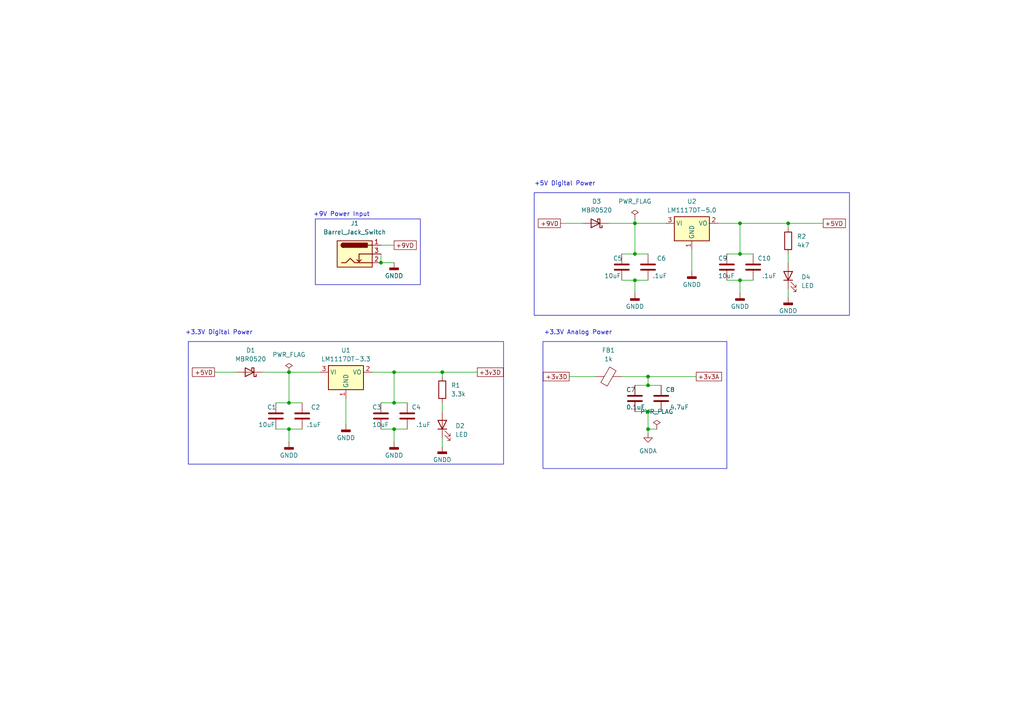
<source format=kicad_sch>
(kicad_sch (version 20250114) (generator "eeschema") (generator_version "9.0")
  (paper "A4")
  (lib_symbols
    (symbol "Connector:Barrel_Jack_Switch" (pin_names (hide yes))
      (property "Reference" "J" (at 0 5.334 0))
      (property "Value" "Barrel_Jack_Switch" (at 0 -5.08 0))
      (symbol "Barrel_Jack_Switch_0_1"
        (rectangle (start -5.08 3.81) (end 5.08 -3.81) (stroke (width 0.254)) (fill (type background)))
        (polyline (pts (xy -3.81 -2.54) (xy -2.54 -2.54) (xy -1.27 -1.27) (xy 0 -2.54) (xy 2.54 -2.54) (xy 5.08 -2.54)) (stroke (width 0.254)))
        (arc (start -3.302 1.905) (mid -3.9343 2.54) (end -3.302 3.175) (stroke (width 0.254)))
        (arc (start -3.302 1.905) (mid -3.9343 2.54) (end -3.302 3.175) (stroke (width 0.254)) (fill (type outline)))
        (polyline (pts (xy 1.27 -2.286) (xy 1.905 -1.651)) (stroke (width 0.254)))
        (rectangle (start 3.683 3.175) (end -3.302 1.905) (stroke (width 0.254)) (fill (type outline)))
        (polyline (pts (xy 5.08 2.54) (xy 3.81 2.54)) (stroke (width 0.254)))
        (polyline (pts (xy 5.08 0) (xy 1.27 0) (xy 1.27 -2.286) (xy 0.635 -1.651)) (stroke (width 0.254)))
      )
      (symbol "Barrel_Jack_Switch_1_1"
        (pin passive line (at 7.62 2.54 180) (length 2.54) (name "~") (number "1"))
        (pin passive line (at 7.62 0 180) (length 2.54) (name "~") (number "3"))
        (pin passive line (at 7.62 -2.54 180) (length 2.54) (name "~") (number "2"))
      )
    )
    (symbol "Device:C" (pin_numbers (hide yes)) (pin_names (offset 0.254))
      (property "Reference" "C" (at 0.635 2.54 0))
      (property "Value" "C" (at 0.635 -2.54 0))
      (symbol "C_0_1"
        (polyline (pts (xy -2.032 0.762) (xy 2.032 0.762)) (stroke (width 0.508)))
        (polyline (pts (xy -2.032 -0.762) (xy 2.032 -0.762)) (stroke (width 0.508)))
      )
      (symbol "C_1_1"
        (pin passive line (at 0 3.81 270) (length 2.794) (name "~") (number "1"))
        (pin passive line (at 0 -3.81 90) (length 2.794) (name "~") (number "2"))
      )
    )
    (symbol "Device:FerriteBead" (pin_numbers (hide yes)) (pin_names (offset 0))
      (property "Reference" "FB" (at -3.81 0.635 90))
      (property "Value" "FerriteBead" (at 3.81 0 90))
      (symbol "FerriteBead_0_1"
        (polyline (pts (xy -2.7686 0.4064) (xy -1.7018 2.2606) (xy 2.7686 -0.3048) (xy 1.6764 -2.159) (xy -2.7686 0.4064)))
        (polyline (pts (xy 0 1.27) (xy 0 1.2954)))
        (polyline (pts (xy 0 -1.27) (xy 0 -1.2192)))
      )
      (symbol "FerriteBead_1_1"
        (pin passive line (at 0 3.81 270) (length 2.54) (name "~") (number "1"))
        (pin passive line (at 0 -3.81 90) (length 2.54) (name "~") (number "2"))
      )
    )
    (symbol "Device:LED" (pin_numbers (hide yes)) (pin_names (offset 1.016) (hide yes))
      (property "Reference" "D" (at 0 2.54 0))
      (property "Value" "LED" (at 0 -2.54 0))
      (symbol "LED_0_1"
        (polyline (pts (xy -3.048 -0.762) (xy -4.572 -2.286) (xy -3.81 -2.286) (xy -4.572 -2.286) (xy -4.572 -1.524)))
        (polyline (pts (xy -1.778 -0.762) (xy -3.302 -2.286) (xy -2.54 -2.286) (xy -3.302 -2.286) (xy -3.302 -1.524)))
        (polyline (pts (xy -1.27 0) (xy 1.27 0)))
        (polyline (pts (xy -1.27 -1.27) (xy -1.27 1.27)) (stroke (width 0.254)))
        (polyline (pts (xy 1.27 -1.27) (xy 1.27 1.27) (xy -1.27 0) (xy 1.27 -1.27)) (stroke (width 0.254)))
      )
      (symbol "LED_1_1"
        (pin passive line (at -3.81 0 0) (length 2.54) (name "K") (number "1"))
        (pin passive line (at 3.81 0 180) (length 2.54) (name "A") (number "2"))
      )
    )
    (symbol "Device:R" (pin_numbers (hide yes)) (pin_names (offset 0))
      (property "Reference" "R" (at 2.032 0 90))
      (property "Value" "R" (at 0 0 90))
      (symbol "R_0_1"
        (rectangle (start -1.016 -2.54) (end 1.016 2.54) (stroke (width 0.254)))
      )
      (symbol "R_1_1"
        (pin passive line (at 0 3.81 270) (length 1.27) (name "~") (number "1"))
        (pin passive line (at 0 -3.81 90) (length 1.27) (name "~") (number "2"))
      )
    )
    (symbol "Diode:MBR0520" (pin_numbers (hide yes)) (pin_names (offset 1.016) (hide yes))
      (property "Reference" "D" (at 0 2.54 0))
      (property "Value" "MBR0520" (at 0 -2.54 0))
      (symbol "MBR0520_0_1"
        (polyline (pts (xy -1.905 0.635) (xy -1.905 1.27) (xy -1.27 1.27) (xy -1.27 -1.27) (xy -0.635 -1.27) (xy -0.635 -0.635)) (stroke (width 0.254)))
        (polyline (pts (xy 1.27 1.27) (xy 1.27 -1.27) (xy -1.27 0) (xy 1.27 1.27)) (stroke (width 0.254)))
        (polyline (pts (xy 1.27 0) (xy -1.27 0)))
      )
      (symbol "MBR0520_1_1"
        (pin passive line (at -3.81 0 0) (length 2.54) (name "K") (number "1"))
        (pin passive line (at 3.81 0 180) (length 2.54) (name "A") (number "2"))
      )
    )
    (symbol "Regulator_Linear:LM1117DT-3.3"
      (property "Reference" "U" (at -3.81 3.175 0))
      (property "Value" "LM1117DT-3.3" (at 0 3.175 0))
      (symbol "LM1117DT-3.3_0_1"
        (rectangle (start -5.08 -5.08) (end 5.08 1.905) (stroke (width 0.254)) (fill (type background)))
      )
      (symbol "LM1117DT-3.3_1_1"
        (pin power_in line (at -7.62 0 0) (length 2.54) (name "VI") (number "3"))
        (pin power_in line (at 0 -7.62 90) (length 2.54) (name "GND") (number "1"))
        (pin power_out line (at 7.62 0 180) (length 2.54) (name "VO") (number "2"))
      )
    )
    (symbol "Regulator_Linear:LM1117DT-5.0"
      (property "Reference" "U" (at -3.81 3.175 0))
      (property "Value" "LM1117DT-5.0" (at 0 3.175 0))
      (symbol "LM1117DT-5.0_0_1"
        (rectangle (start -5.08 -5.08) (end 5.08 1.905) (stroke (width 0.254)) (fill (type background)))
      )
      (symbol "LM1117DT-5.0_1_1"
        (pin power_in line (at -7.62 0 0) (length 2.54) (name "VI") (number "3"))
        (pin power_in line (at 0 -7.62 90) (length 2.54) (name "GND") (number "1"))
        (pin power_out line (at 7.62 0 180) (length 2.54) (name "VO") (number "2"))
      )
    )
    (symbol "power:GNDA" (power) (pin_numbers (hide yes)) (pin_names (offset 0) (hide yes))
      (property "Value" "GNDA" (at 0 -3.81 0))
      (symbol "GNDA_0_1"
        (polyline (pts (xy 0 0) (xy 0 -1.27) (xy 1.27 -1.27) (xy 0 -2.54) (xy -1.27 -1.27) (xy 0 -1.27)))
      )
      (symbol "GNDA_1_1"
        (pin power_in line (at 0 0 270) (length 0) (name "~") (number "1"))
      )
    )
    (symbol "power:GNDD" (power) (pin_numbers (hide yes)) (pin_names (offset 0) (hide yes))
      (property "Value" "GNDD" (at 0 -3.175 0))
      (symbol "GNDD_0_1"
        (rectangle (start -1.27 -1.524) (end 1.27 -2.032) (stroke (width 0.254)) (fill (type outline)))
        (polyline (pts (xy 0 0) (xy 0 -1.524)))
      )
      (symbol "GNDD_1_1"
        (pin power_in line (at 0 0 270) (length 0) (name "~") (number "1"))
      )
    )
    (symbol "power:PWR_FLAG" (power) (pin_numbers (hide yes)) (pin_names (offset 0) (hide yes))
      (property "Value" "PWR_FLAG" (at 0 3.81 0))
      (symbol "PWR_FLAG_0_0"
        (pin power_out line (at 0 0 90) (length 0) (name "~") (number "1"))
      )
      (symbol "PWR_FLAG_0_1"
        (polyline (pts (xy 0 0) (xy 0 1.27) (xy -1.016 1.905) (xy 0 2.54) (xy 1.016 1.905) (xy 0 1.27)))
      )
    )
  )
  (rectangle (start 157.48 99.06) (end 210.82 135.89))
  (rectangle (start 154.94 55.88) (end 246.38 91.44))
  (rectangle (start 54.61 99.06) (end 146.05 134.62))
  (rectangle (start 91.44 63.5) (end 121.92 82.55))
  (text "+5V Digital Power" (at 163.83 53.34 0) (effects (font (size 1.27 1.27))))
  (text "+9V Power Input" (at 99.06 62.23 0) (effects (font (size 1.27 1.27))))
  (text "+3.3V Digital Power" (at 63.5 96.52 0) (effects (font (size 1.27 1.27))))
  (text "+3.3V Analog Power" (at 167.64 96.52 0) (effects (font (size 1.27 1.27))))
  (junction (at 110.49 76.2))
  (junction (at 184.15 64.77))
  (junction (at 114.3 116.84))
  (junction (at 214.63 73.66))
  (junction (at 228.6 64.77))
  (junction (at 187.96 124.46))
  (junction (at 184.15 73.66))
  (junction (at 114.3 124.46))
  (junction (at 128.27 107.95))
  (junction (at 187.96 119.38))
  (junction (at 83.82 116.84))
  (junction (at 187.96 111.76))
  (junction (at 114.3 107.95))
  (junction (at 83.82 124.46))
  (junction (at 214.63 64.77))
  (junction (at 184.15 81.28))
  (junction (at 214.63 81.28))
  (junction (at 83.82 107.95))
  (junction (at 187.96 109.22))
  (wire (pts (xy 110.49 73.66) (xy 110.49 76.2)))
  (wire (pts (xy 128.27 116.84) (xy 128.27 119.38)))
  (wire (pts (xy 228.6 83.82) (xy 228.6 86.36)))
  (wire (pts (xy 184.15 64.77) (xy 193.04 64.77)))
  (wire (pts (xy 214.63 73.66) (xy 218.44 73.66)))
  (wire (pts (xy 114.3 107.95) (xy 128.27 107.95)))
  (wire (pts (xy 110.49 71.12) (xy 114.3 71.12)))
  (wire (pts (xy 107.95 107.95) (xy 114.3 107.95)))
  (wire (pts (xy 80.01 124.46) (xy 83.82 124.46)))
  (wire (pts (xy 110.49 76.2) (xy 114.3 76.2)))
  (wire (pts (xy 184.15 63.5) (xy 184.15 64.77)))
  (wire (pts (xy 228.6 64.77) (xy 228.6 66.04)))
  (wire (pts (xy 210.82 73.66) (xy 214.63 73.66)))
  (wire (pts (xy 187.96 119.38) (xy 187.96 124.46)))
  (wire (pts (xy 176.53 64.77) (xy 184.15 64.77)))
  (wire (pts (xy 114.3 116.84) (xy 118.11 116.84)))
  (wire (pts (xy 187.96 124.46) (xy 187.96 125.73)))
  (wire (pts (xy 128.27 107.95) (xy 128.27 109.22)))
  (wire (pts (xy 187.96 111.76) (xy 191.77 111.76)))
  (wire (pts (xy 228.6 64.77) (xy 238.76 64.77)))
  (wire (pts (xy 184.15 81.28) (xy 187.96 81.28)))
  (wire (pts (xy 187.96 124.46) (xy 190.5 124.46)))
  (wire (pts (xy 62.23 107.95) (xy 68.58 107.95)))
  (wire (pts (xy 187.96 109.22) (xy 201.93 109.22)))
  (wire (pts (xy 80.01 116.84) (xy 83.82 116.84)))
  (wire (pts (xy 180.34 73.66) (xy 184.15 73.66)))
  (wire (pts (xy 187.96 119.38) (xy 191.77 119.38)))
  (wire (pts (xy 184.15 81.28) (xy 184.15 85.09)))
  (wire (pts (xy 76.2 107.95) (xy 83.82 107.95)))
  (wire (pts (xy 214.63 64.77) (xy 228.6 64.77)))
  (wire (pts (xy 184.15 73.66) (xy 187.96 73.66)))
  (wire (pts (xy 83.82 124.46) (xy 87.63 124.46)))
  (wire (pts (xy 184.15 119.38) (xy 187.96 119.38)))
  (wire (pts (xy 83.82 107.95) (xy 83.82 116.84)))
  (wire (pts (xy 200.66 72.39) (xy 200.66 78.74)))
  (wire (pts (xy 128.27 127) (xy 128.27 129.54)))
  (wire (pts (xy 83.82 107.95) (xy 92.71 107.95)))
  (wire (pts (xy 110.49 116.84) (xy 114.3 116.84)))
  (wire (pts (xy 114.3 124.46) (xy 114.3 128.27)))
  (wire (pts (xy 180.34 81.28) (xy 184.15 81.28)))
  (wire (pts (xy 210.82 81.28) (xy 214.63 81.28)))
  (wire (pts (xy 100.33 115.57) (xy 100.33 123.19)))
  (wire (pts (xy 162.56 64.77) (xy 168.91 64.77)))
  (wire (pts (xy 83.82 124.46) (xy 83.82 128.27)))
  (wire (pts (xy 180.34 109.22) (xy 187.96 109.22)))
  (wire (pts (xy 214.63 81.28) (xy 218.44 81.28)))
  (wire (pts (xy 214.63 64.77) (xy 214.63 73.66)))
  (wire (pts (xy 228.6 73.66) (xy 228.6 76.2)))
  (wire (pts (xy 165.1 109.22) (xy 172.72 109.22)))
  (wire (pts (xy 184.15 111.76) (xy 187.96 111.76)))
  (wire (pts (xy 187.96 109.22) (xy 187.96 111.76)))
  (wire (pts (xy 208.28 64.77) (xy 214.63 64.77)))
  (wire (pts (xy 128.27 107.95) (xy 138.43 107.95)))
  (wire (pts (xy 83.82 116.84) (xy 87.63 116.84)))
  (wire (pts (xy 114.3 124.46) (xy 118.11 124.46)))
  (wire (pts (xy 114.3 107.95) (xy 114.3 116.84)))
  (wire (pts (xy 184.15 64.77) (xy 184.15 73.66)))
  (wire (pts (xy 110.49 124.46) (xy 114.3 124.46)))
  (wire (pts (xy 214.63 81.28) (xy 214.63 85.09)))
  (global_label "+5VD" (shape passive) (at 62.23 107.95 180) (property "Intersheetrefs" "${INTERSHEET_REFS}" (effects (hide yes))))
  (global_label "+5VD" (shape passive) (at 238.76 64.77 0) (property "Intersheetrefs" "${INTERSHEET_REFS}" (effects (hide yes))))
  (global_label "+3v3D" (shape passive) (at 138.43 107.95 0) (property "Intersheetrefs" "${INTERSHEET_REFS}" (effects (hide yes))))
  (global_label "+3v3A" (shape passive) (at 201.93 109.22 0) (property "Intersheetrefs" "${INTERSHEET_REFS}" (effects (hide yes))))
  (global_label "+3v3D" (shape passive) (at 165.1 109.22 180) (property "Intersheetrefs" "${INTERSHEET_REFS}" (effects (hide yes))))
  (global_label "+9VD" (shape passive) (at 114.3 71.12 0) (property "Intersheetrefs" "${INTERSHEET_REFS}" (effects (hide yes))))
  (global_label "+9VD" (shape passive) (at 162.56 64.77 180) (property "Intersheetrefs" "${INTERSHEET_REFS}" (effects (hide yes))))
  (symbol (lib_id "power:GNDD") (at 114.3 76.2 0) (unit 1)
    (property "Reference" "#PWR03" (effects (hide yes)))
    (property "Value" "GNDD" (at 114.3 80.01 0))
    (property "Description" "Power symbol creates a global label with name \"GNDD\" , digital ground" (effects (hide yes)))
  )
  (symbol (lib_id "power:GNDD") (at 184.15 85.09 0) (unit 1)
    (property "Reference" "#PWR06" (effects (hide yes)))
    (property "Value" "GNDD" (at 184.15 88.9 0))
    (property "Description" "Power symbol creates a global label with name \"GNDD\" , digital ground" (effects (hide yes)))
  )
  (symbol (lib_id "Device:C") (at 187.96 77.47 0) (unit 1)
    (property "Reference" "C6" (at 190.5 74.93 0) (effects (justify left)))
    (property "Value" ".1uF" (at 189.23 80.01 0) (effects (justify left)))
    (property "Footprint" "Capacitor_SMD:C_0603_1608Metric" (effects (hide yes)))
    (property "Description" "Unpolarized capacitor" (effects (hide yes)))
  )
  (symbol (lib_id "power:GNDD") (at 114.3 128.27 0) (unit 1)
    (property "Reference" "#PWR04" (effects (hide yes)))
    (property "Value" "GNDD" (at 114.3 132.08 0))
    (property "Description" "Power symbol creates a global label with name \"GNDD\" , digital ground" (effects (hide yes)))
  )
  (symbol (lib_id "Device:C") (at 184.15 115.57 0) (unit 1)
    (property "Reference" "C7" (at 181.61 113.03 0) (effects (justify left)))
    (property "Value" "0.1uF" (at 181.61 118.11 0) (effects (justify left)))
    (property "Footprint" "Capacitor_SMD:C_0603_1608Metric" (effects (hide yes)))
    (property "Description" "Unpolarized capacitor" (effects (hide yes)))
  )
  (symbol (lib_id "Device:C") (at 210.82 77.47 0) (unit 1)
    (property "Reference" "C9" (at 208.28 74.93 0) (effects (justify left)))
    (property "Value" "10uF" (at 208.28 80.01 0) (effects (justify left)))
    (property "Footprint" "Capacitor_SMD:C_0603_1608Metric" (effects (hide yes)))
    (property "Description" "Unpolarized capacitor" (effects (hide yes)))
  )
  (symbol (lib_id "Device:C") (at 80.01 120.65 0) (unit 1)
    (property "Reference" "C1" (at 77.47 118.11 0) (effects (justify left)))
    (property "Value" "10uF" (at 74.93 123.19 0) (effects (justify left)))
    (property "Footprint" "Capacitor_SMD:C_0603_1608Metric" (effects (hide yes)))
    (property "Description" "Unpolarized capacitor" (effects (hide yes)))
  )
  (symbol (lib_id "Device:C") (at 191.77 115.57 0) (unit 1)
    (property "Reference" "C8" (at 193.04 113.03 0) (effects (justify left)))
    (property "Value" "4.7uF" (at 194.31 118.11 0) (effects (justify left)))
    (property "Footprint" "Capacitor_SMD:C_0603_1608Metric" (effects (hide yes)))
    (property "Description" "Unpolarized capacitor" (effects (hide yes)))
  )
  (symbol (lib_id "Device:C") (at 180.34 77.47 0) (unit 1)
    (property "Reference" "C5" (at 177.8 74.93 0) (effects (justify left)))
    (property "Value" "10uF" (at 175.26 80.01 0) (effects (justify left)))
    (property "Footprint" "Capacitor_SMD:C_0603_1608Metric" (effects (hide yes)))
    (property "Description" "Unpolarized capacitor" (effects (hide yes)))
  )
  (symbol (lib_id "power:GNDA") (at 187.96 125.73 0) (unit 1)
    (property "Reference" "#PWR08" (effects (hide yes)))
    (property "Value" "GNDA" (at 187.96 130.81 0))
    (property "Description" "Power symbol creates a global label with name \"GNDA\" , analog ground" (effects (hide yes)))
  )
  (symbol (lib_id "power:PWR_FLAG") (at 184.15 63.5 0) (unit 1)
    (property "Reference" "#FLG01" (effects (hide yes)))
    (property "Value" "PWR_FLAG" (at 184.15 58.42 0))
    (property "Description" "Special symbol for telling ERC where power comes from" (effects (hide yes)))
  )
  (symbol (lib_id "Device:FerriteBead") (at 176.53 109.22 90) (unit 1)
    (property "Reference" "FB1" (at 176.4792 101.6 90))
    (property "Value" "1k" (at 176.4792 104.14 90))
    (property "Footprint" "Inductor_SMD:L_0603_1608Metric" (effects (hide yes)))
    (property "Description" "Ferrite bead" (effects (hide yes)))
  )
  (symbol (lib_id "power:GNDD") (at 228.6 86.36 0) (unit 1)
    (property "Reference" "#PWR010" (effects (hide yes)))
    (property "Value" "GNDD" (at 228.6 90.17 0))
    (property "Description" "Power symbol creates a global label with name \"GNDD\" , digital ground" (effects (hide yes)))
  )
  (symbol (lib_id "power:PWR_FLAG") (at 190.5 124.46 0) (unit 1)
    (property "Reference" "#FLG02" (effects (hide yes)))
    (property "Value" "PWR_FLAG" (at 190.5 119.38 0))
    (property "Description" "Special symbol for telling ERC where power comes from" (effects (hide yes)))
  )
  (symbol (lib_id "Diode:MBR0520") (at 172.72 64.77 180) (unit 1)
    (property "Reference" "D3" (at 173.0375 58.42 0))
    (property "Value" "MBR0520" (at 173.0375 60.96 0))
    (property "Footprint" "Diode_SMD:D_SOD-123" (effects (hide yes)))
    (property "Datasheet" "http://www.mccsemi.com/up_pdf/MBR0520~MBR0580(SOD123).pdf" (effects (hide yes)))
    (property "Description" "20V 0.5A Schottky Power Rectifier Diode, SOD-123" (effects (hide yes)))
  )
  (symbol (lib_id "power:GNDD") (at 200.66 78.74 0) (unit 1)
    (property "Reference" "#PWR07" (effects (hide yes)))
    (property "Value" "GNDD" (at 200.66 82.55 0))
    (property "Description" "Power symbol creates a global label with name \"GNDD\" , digital ground" (effects (hide yes)))
  )
  (symbol (lib_id "power:GNDD") (at 83.82 128.27 0) (unit 1)
    (property "Reference" "#PWR01" (effects (hide yes)))
    (property "Value" "GNDD" (at 83.82 132.08 0))
    (property "Description" "Power symbol creates a global label with name \"GNDD\" , digital ground" (effects (hide yes)))
  )
  (symbol (lib_id "Regulator_Linear:LM1117DT-5.0") (at 200.66 64.77 0) (unit 1)
    (property "Reference" "U2" (at 200.66 58.42 0))
    (property "Value" "LM1117DT-5.0" (at 200.66 60.96 0))
    (property "Footprint" "Package_TO_SOT_SMD:TO-252-3_TabPin2" (effects (hide yes)))
    (property "Datasheet" "http://www.ti.com/lit/ds/symlink/lm1117.pdf" (effects (hide yes)))
    (property "Description" "800mA Low-Dropout Linear Regulator, 5.0V fixed output, TO-252" (effects (hide yes)))
  )
  (symbol (lib_id "Connector:Barrel_Jack_Switch") (at 102.87 73.66 0) (unit 1)
    (property "Reference" "J1" (at 102.87 64.77 0))
    (property "Value" "Barrel_Jack_Switch" (at 102.87 67.31 0))
    (property "Footprint" "Connector_BarrelJack:BarrelJack_Horizontal" (effects (hide yes)))
    (property "Description" "DC Barrel Jack with an internal switch" (effects (hide yes)))
  )
  (symbol (lib_id "power:GNDD") (at 100.33 123.19 0) (unit 1)
    (property "Reference" "#PWR02" (effects (hide yes)))
    (property "Value" "GNDD" (at 100.33 127 0))
    (property "Description" "Power symbol creates a global label with name \"GNDD\" , digital ground" (effects (hide yes)))
  )
  (symbol (lib_id "Device:C") (at 218.44 77.47 0) (unit 1)
    (property "Reference" "C10" (at 219.71 74.93 0) (effects (justify left)))
    (property "Value" ".1uF" (at 220.98 80.01 0) (effects (justify left)))
    (property "Footprint" "Capacitor_SMD:C_0603_1608Metric" (effects (hide yes)))
    (property "Description" "Unpolarized capacitor" (effects (hide yes)))
  )
  (symbol (lib_id "Diode:MBR0520") (at 72.39 107.95 180) (unit 1)
    (property "Reference" "D1" (at 72.7075 101.6 0))
    (property "Value" "MBR0520" (at 72.7075 104.14 0))
    (property "Footprint" "Diode_SMD:D_SOD-123" (effects (hide yes)))
    (property "Datasheet" "http://www.mccsemi.com/up_pdf/MBR0520~MBR0580(SOD123).pdf" (effects (hide yes)))
    (property "Description" "20V 0.5A Schottky Power Rectifier Diode, SOD-123" (effects (hide yes)))
  )
  (symbol (lib_id "Device:C") (at 110.49 120.65 0) (unit 1)
    (property "Reference" "C3" (at 107.95 118.11 0) (effects (justify left)))
    (property "Value" "10uF" (at 107.95 123.19 0) (effects (justify left)))
    (property "Footprint" "Capacitor_SMD:C_0603_1608Metric" (effects (hide yes)))
    (property "Description" "Unpolarized capacitor" (effects (hide yes)))
  )
  (symbol (lib_id "Device:C") (at 118.11 120.65 0) (unit 1)
    (property "Reference" "C4" (at 119.38 118.11 0) (effects (justify left)))
    (property "Value" ".1uF" (at 120.65 123.19 0) (effects (justify left)))
    (property "Footprint" "Capacitor_SMD:C_0603_1608Metric" (effects (hide yes)))
    (property "Description" "Unpolarized capacitor" (effects (hide yes)))
  )
  (symbol (lib_id "power:GNDD") (at 128.27 129.54 0) (unit 1)
    (property "Reference" "#PWR05" (effects (hide yes)))
    (property "Value" "GNDD" (at 128.27 133.35 0))
    (property "Description" "Power symbol creates a global label with name \"GNDD\" , digital ground" (effects (hide yes)))
  )
  (symbol (lib_id "Device:R") (at 128.27 113.03 0) (unit 1)
    (property "Reference" "R1" (at 130.81 111.7599 0) (effects (justify left)))
    (property "Value" "3.3k" (at 130.81 114.2999 0) (effects (justify left)))
    (property "Footprint" "Resistor_SMD:R_0603_1608Metric" (effects (hide yes)))
    (property "Description" "Resistor" (effects (hide yes)))
  )
  (symbol (lib_id "Device:LED") (at 228.6 80.01 90) (unit 1)
    (property "Reference" "D4" (at 232.41 80.3274 90) (effects (justify right)))
    (property "Value" "LED" (at 232.41 82.8674 90) (effects (justify right)))
    (property "Footprint" "LED_SMD:LED_0603_1608Metric" (effects (hide yes)))
    (property "Description" "Light emitting diode" (effects (hide yes)))
    (property "Sim.Pins" "1=K 2=A" (effects (hide yes)))
  )
  (symbol (lib_id "Device:R") (at 228.6 69.85 0) (unit 1)
    (property "Reference" "R2" (at 231.14 68.5799 0) (effects (justify left)))
    (property "Value" "4k7" (at 231.14 71.1199 0) (effects (justify left)))
    (property "Footprint" "Resistor_SMD:R_0603_1608Metric" (effects (hide yes)))
    (property "Description" "Resistor" (effects (hide yes)))
  )
  (symbol (lib_id "Device:C") (at 87.63 120.65 0) (unit 1)
    (property "Reference" "C2" (at 90.17 118.11 0) (effects (justify left)))
    (property "Value" ".1uF" (at 88.9 123.19 0) (effects (justify left)))
    (property "Footprint" "Capacitor_SMD:C_0603_1608Metric" (effects (hide yes)))
    (property "Description" "Unpolarized capacitor" (effects (hide yes)))
  )
  (symbol (lib_id "Regulator_Linear:LM1117DT-3.3") (at 100.33 107.95 0) (unit 1)
    (property "Reference" "U1" (at 100.33 101.6 0))
    (property "Value" "LM1117DT-3.3" (at 100.33 104.14 0))
    (property "Footprint" "Package_TO_SOT_SMD:TO-252-3_TabPin2" (effects (hide yes)))
    (property "Datasheet" "http://www.ti.com/lit/ds/symlink/lm1117.pdf" (effects (hide yes)))
    (property "Description" "800mA Low-Dropout Linear Regulator, 3.3V fixed output, TO-252" (effects (hide yes)))
  )
  (symbol (lib_id "power:GNDD") (at 214.63 85.09 0) (unit 1)
    (property "Reference" "#PWR09" (effects (hide yes)))
    (property "Value" "GNDD" (at 214.63 88.9 0))
    (property "Description" "Power symbol creates a global label with name \"GNDD\" , digital ground" (effects (hide yes)))
  )
  (symbol (lib_id "power:PWR_FLAG") (at 83.82 107.95 0) (unit 1)
    (property "Reference" "#FLG05" (effects (hide yes)))
    (property "Value" "PWR_FLAG" (at 83.82 102.87 0))
    (property "Description" "Special symbol for telling ERC where power comes from" (effects (hide yes)))
  )
  (symbol (lib_id "Device:LED") (at 128.27 123.19 90) (unit 1)
    (property "Reference" "D2" (at 132.08 123.5074 90) (effects (justify right)))
    (property "Value" "LED" (at 132.08 126.0474 90) (effects (justify right)))
    (property "Footprint" "LED_SMD:LED_0603_1608Metric" (effects (hide yes)))
    (property "Description" "Light emitting diode" (effects (hide yes)))
    (property "Sim.Pins" "1=K 2=A" (effects (hide yes)))
  )
)
</source>
